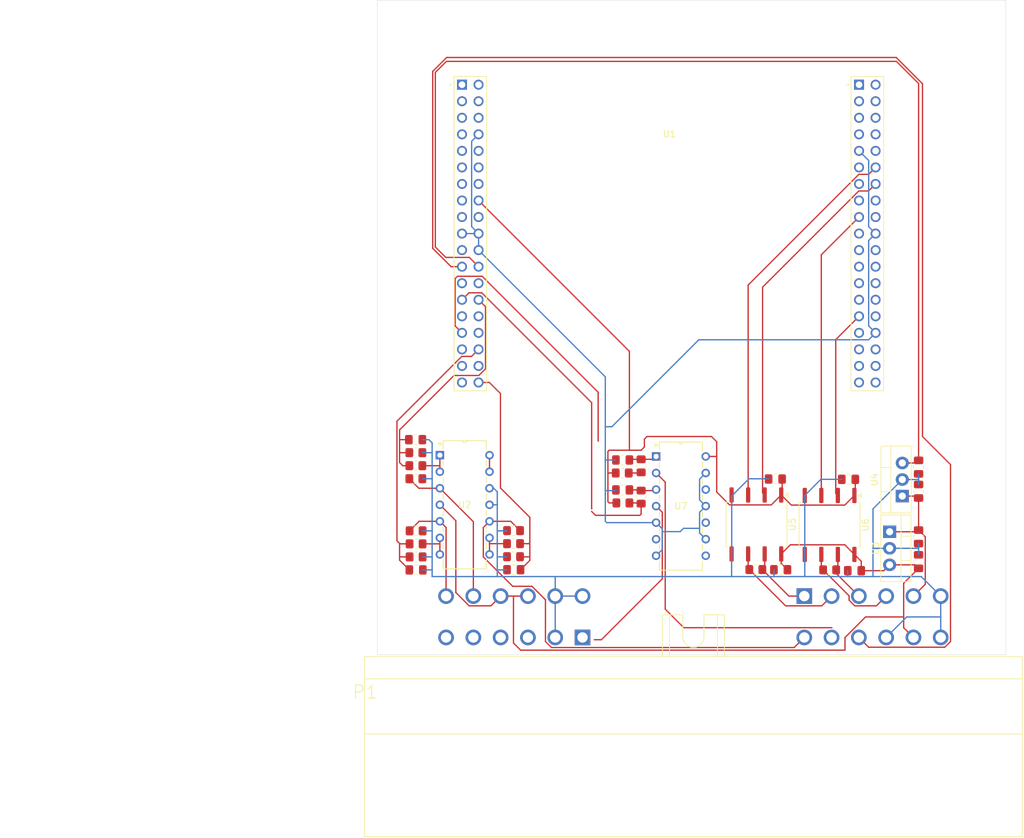
<source format=kicad_pcb>
(kicad_pcb (version 20240108) (generator "pcbnew") (generator_version "8.0")
  (title_block (title "ETC PCB") (date "2024-10-12") (rev "1") (company "Dustin Wang - Formula Slug"))
  (layers (0 "F.Cu" signal) (31 "B.Cu" signal) (34 "B.Paste" user) (35 "F.Paste" user) (36 "B.SilkS" user "B.Silkscreen") (37 "F.SilkS" user "F.Silkscreen") (38 "B.Mask" user) (39 "F.Mask" user) (44 "Edge.Cuts" user))
  (net 0 "")
  (net 1 "+12V")
  (net 2 "GND")
  (net 3 "+5V")
  (net 4 "+9V")
  (net 5 "/HE1")
  (net 6 "/HE2")
  (net 7 "/BSE")
  (net 8 "/Cockpit_smooth")
  (net 9 "/Reverse_smooth")
  (net 10 "+3V3")
  (net 12 "/HE1_RAW")
  (net 13 "/RTDS")
  (net 15 "/L_CAN")
  (net 16 "/Cockpit_Raw")
  (net 19 "/Reverse_Raw")
  (net 20 "/BSE_RAW")
  (net 21 "/H_CAN")
  (net 22 "/HE2_RAW")
  (net 23 "/L_Motor_CAN")
  (net 24 "/H_Motor_CAN")
  (net 25 "Net-(U2A--)")
  (net 26 "Net-(U2B--)")
  (net 27 "Net-(U2C--)")
  (net 37 "/Reverse_Signal")
  (net 40 "/CAN_RD")
  (net 49 "/Motor_CAN_RD")
  (net 58 "/CAN_TD")
  (net 71 "/Cockpit_Signal")
  (net 81 "/Motor_CAN_TD")
  (net 83 "Net-(U2D--)")
  (footprint "FS_3_Global_Footprint_Library:NUCLEO-F446RE" (layer "F.Cu") (at 195.75 83.99)
    (property "Reference" "U1")
    (property "Value" "NUCLEO-F446RE")
  )
  (footprint "Capacitor_SMD:C_0805_2012Metric_Pad1.18x1.45mm_HandSolder" (layer "F.Cu") (at 234.1 143.9 -90)
    (property "Reference" "C1" (hide yes))
    (property "Value" ".33 µF" (hide yes))
  )
  (footprint "Resistor_SMD:R_0805_2012Metric_Pad1.20x1.40mm_HandSolder" (layer "F.Cu") (at 156.9475 146.98)
    (property "Reference" "R6" (hide yes))
    (property "Value" "180kΩ" (hide yes))
  )
  (footprint "FS_3_Global_Footprint_Library:N14" (layer "F.Cu") (at 168.22 146.6)
    (property "Reference" "U2")
    (property "Value" "MCP6004")
  )
  (footprint "Package_SO:SOP-8_6.62x9.15mm_P2.54mm" (layer "F.Cu") (at 220.435 142.075 -90)
    (property "Reference" "U6")
    (property "Value" "ISO1050DUB")
  )
  (footprint "Capacitor_SMD:C_0805_2012Metric_Pad1.18x1.45mm_HandSolder" (layer "F.Cu") (at 156.9475 148.98)
    (property "Reference" "C6" (hide yes))
    (property "Value" "40 nF" (hide yes))
  )
  (footprint "Capacitor_SMD:C_0805_2012Metric_Pad1.18x1.45mm_HandSolder" (layer "F.Cu") (at 212.9275 148.95 180)
    (property "Reference" "C11" (hide yes))
    (property "Value" "100nF" (hide yes))
  )
  (footprint "Resistor_SMD:R_0805_2012Metric_Pad1.20x1.40mm_HandSolder" (layer "F.Cu") (at 209.11 148.925 180)
    (property "Reference" "R14" (hide yes))
    (property "Value" "120Ω" (hide yes))
  )
  (footprint "Resistor_SMD:R_0805_2012Metric_Pad1.20x1.40mm_HandSolder" (layer "F.Cu") (at 220.445 148.975 180)
    (property "Reference" "R15" (hide yes))
    (property "Value" "120Ω" (hide yes))
  )
  (footprint "Resistor_SMD:R_0805_2012Metric_Pad1.20x1.40mm_HandSolder" (layer "F.Cu") (at 156.9475 144.98 180)
    (property "Reference" "R5" (hide yes))
    (property "Value" "180kΩ" (hide yes))
  )
  (footprint "Resistor_SMD:R_0805_2012Metric_Pad1.20x1.40mm_HandSolder" (layer "F.Cu") (at 188.7 138.7)
    (property "Reference" "R12" (hide yes))
    (property "Value" "10kΩ" (hide yes))
  )
  (footprint "FS_3_Global_Footprint_Library:TE_DTM1312PC12PDR008" (layer "F.Cu") (at 199.525 157.39)
    (property "Reference" "P1")
    (property "Value" "DTM1312PC12PDR008")
  )
  (footprint "Resistor_SMD:R_0805_2012Metric_Pad1.20x1.40mm_HandSolder" (layer "F.Cu") (at 171.91 142.95 180)
    (property "Reference" "R7" (hide yes))
    (property "Value" "100kΩ" (hide yes))
  )
  (footprint "Resistor_SMD:R_0805_2012Metric_Pad1.20x1.40mm_HandSolder" (layer "F.Cu") (at 188.6 134.1)
    (property "Reference" "R10" (hide yes))
    (property "Value" "10kΩ" (hide yes))
  )
  (footprint "Capacitor_SMD:C_0805_2012Metric_Pad1.18x1.45mm_HandSolder" (layer "F.Cu") (at 188.6625 132.1 180)
    (property "Reference" "C8" (hide yes))
    (property "Value" "100 nF" (hide yes))
  )
  (footprint "Resistor_SMD:R_0805_2012Metric_Pad1.20x1.40mm_HandSolder" (layer "F.Cu") (at 156.91 134.98)
    (property "Reference" "R3" (hide yes))
    (property "Value" "100kΩ" (hide yes))
  )
  (footprint "Capacitor_SMD:C_0805_2012Metric_Pad1.18x1.45mm_HandSolder" (layer "F.Cu") (at 223.345 135.075 180)
    (property "Reference" "C12" (hide yes))
    (property "Value" "100nF" (hide yes))
  )
  (footprint "Capacitor_SMD:C_0805_2012Metric_Pad1.18x1.45mm_HandSolder" (layer "F.Cu") (at 212.11 135.025 180)
    (property "Reference" "C10" (hide yes))
    (property "Value" "100nF" (hide yes))
  )
  (footprint "Resistor_SMD:R_0805_2012Metric_Pad1.20x1.40mm_HandSolder" (layer "F.Cu") (at 156.91 132.98 180)
    (property "Reference" "R1" (hide yes))
    (property "Value" "180kΩ" (hide yes))
  )
  (footprint "Capacitor_SMD:C_0805_2012Metric_Pad1.18x1.45mm_HandSolder" (layer "F.Cu") (at 156.8725 128.98)
    (property "Reference" "C5" (hide yes))
    (property "Value" "40 nF" (hide yes))
  )
  (footprint "Capacitor_SMD:C_0805_2012Metric_Pad1.18x1.45mm_HandSolder" (layer "F.Cu") (at 234.1 136.9 90)
    (property "Reference" "C3" (hide yes))
    (property "Value" ".33 µF" (hide yes))
  )
  (footprint "FS_3_Global_Footprint_Library:N14" (layer "F.Cu") (at 201.42 146.8)
    (property "Reference" "U7")
    (property "Value" "SN74AHC14N")
  )
  (footprint "Resistor_SMD:R_0805_2012Metric_Pad1.20x1.40mm_HandSolder" (layer "F.Cu") (at 156.91 130.98)
    (property "Reference" "R2" (hide yes))
    (property "Value" "330kΩ" (hide yes))
  )
  (footprint "Resistor_SMD:R_0805_2012Metric_Pad1.20x1.40mm_HandSolder" (layer "F.Cu") (at 171.91 144.95)
    (property "Reference" "R8" (hide yes))
    (property "Value" "180kΩ" (hide yes))
  )
  (footprint "Capacitor_SMD:C_0805_2012Metric_Pad1.18x1.45mm_HandSolder" (layer "F.Cu") (at 188.6625 136.7 180)
    (property "Reference" "C9" (hide yes))
    (property "Value" "100 nF" (hide yes))
  )
  (footprint "Capacitor_SMD:C_0805_2012Metric_Pad1.18x1.45mm_HandSolder" (layer "F.Cu") (at 234.1 133.2 -90)
    (property "Reference" "C4" (hide yes))
    (property "Value" ".1 µF" (hide yes))
  )
  (footprint "Capacitor_SMD:C_0805_2012Metric_Pad1.18x1.45mm_HandSolder" (layer "F.Cu") (at 234.1 147.7 90)
    (property "Reference" "C2" (hide yes))
    (property "Value" ".1 µF" (hide yes))
  )
  (footprint "Resistor_SMD:R_0805_2012Metric_Pad1.20x1.40mm_HandSolder" (layer "F.Cu") (at 156.9475 142.98)
    (property "Reference" "R4" (hide yes))
    (property "Value" "100kΩ" (hide yes))
  )
  (footprint "Resistor_SMD:R_0805_2012Metric_Pad1.20x1.40mm_HandSolder" (layer "F.Cu") (at 191.5 137.8 -90)
    (property "Reference" "R13" (hide yes))
    (property "Value" "390kΩ" (hide yes))
  )
  (footprint "Resistor_SMD:R_0805_2012Metric_Pad1.20x1.40mm_HandSolder" (layer "F.Cu") (at 191.5 133 -90)
    (property "Reference" "R11" (hide yes))
    (property "Value" "390kΩ" (hide yes))
  )
  (footprint "Resistor_SMD:R_0805_2012Metric_Pad1.20x1.40mm_HandSolder" (layer "F.Cu") (at 171.91 146.95 180)
    (property "Reference" "R9" (hide yes))
    (property "Value" "330kΩ" (hide yes))
  )
  (footprint "Capacitor_SMD:C_0805_2012Metric_Pad1.18x1.45mm_HandSolder" (layer "F.Cu") (at 171.9475 148.95 180)
    (property "Reference" "C7" (hide yes))
    (property "Value" "40 nF" (hide yes))
  )
  (footprint "Package_SO:SOP-8_6.62x9.15mm_P2.54mm" (layer "F.Cu") (at 209.2 142 -90)
    (property "Reference" "U5")
    (property "Value" "ISO1050DUB")
  )
  (footprint "Package_TO_SOT_THT:TO-220-3_Vertical" (layer "F.Cu") (at 231.6 137.6425 90)
    (property "Reference" "U4")
    (property "Value" "LM7809_TO220" (hide yes))
  )
  (footprint "Capacitor_SMD:C_0805_2012Metric_Pad1.18x1.45mm_HandSolder" (layer "F.Cu") (at 224.2625 149.1 180)
    (property "Reference" "C13" (hide yes))
    (property "Value" "100nF" (hide yes))
  )
  (footprint "Package_TO_SOT_THT:TO-220-3_Vertical" (layer "F.Cu") (at 229.655 143.1225 -90)
    (property "Reference" "U3")
    (property "Value" "LM7805_TO220" (hide yes))
  )
  (gr_rect (start 151 61.5) (end 247.5 162) (stroke (width 0.05)) (fill none) (layer "Edge.Cuts"))
  (segment (start 234.1 142.8625) (end 234.1 137.9375) (width 0.2) (layer "F.Cu") (net 1))
  (segment (start 235.125 151.185) (end 233.31 153) (width 0.2) (layer "F.Cu") (net 1))
  (segment (start 229.655 143.1225) (end 233.84 143.1225) (width 0.2) (layer "F.Cu") (net 1))
  (segment (start 233.84 143.1225) (end 234.1 142.8625) (width 0.2) (layer "F.Cu") (net 1))
  (segment (start 233.805 137.6425) (end 234.1 137.9375) (width 0.2) (layer "F.Cu") (net 1))
  (segment (start 235.125 143.8875) (end 235.125 151.185) (width 0.2) (layer "F.Cu") (net 1))
  (segment (start 231.6 137.6425) (end 233.805 137.6425) (width 0.2) (layer "F.Cu") (net 1))
  (segment (start 234.1 142.8625) (end 235.125 143.8875) (width 0.2) (layer "F.Cu") (net 1))
  (segment (start 211.11 134.9875) (end 211.0725 135.025) (width 0.2) (layer "F.Cu") (net 2))
  (segment (start 227.1 150) (end 223.2 150) (width 0.2) (layer "B.Cu") (net 2))
  (segment (start 186.22 141.72) (end 193.8 141.72) (width 0.2) (layer "B.Cu") (net 2))
  (segment (start 227.1375 145.6625) (end 227.1 145.7) (width 0.2) (layer "B.Cu") (net 2))
  (segment (start 201.42 144.26) (end 200.4723 143.3123) (width 0.2) (layer "B.Cu") (net 2))
  (segment (start 169.41 138.98) (end 169.41 142.98) (width 0.2) (layer "B.Cu") (net 2))
  (segment (start 232.27 156.2) (end 237.5 156.2) (width 0.2) (layer "B.Cu") (net 2))
  (segment (start 165.475 96.275) (end 165.475 83.165) (width 0.2) (layer "B.Cu") (net 2))
  (segment (start 234.1 135.1625) (end 234.1 134.2375) (width 0.2) (layer "B.Cu") (net 2))
  (segment (start 224.96 84.64) (end 226.435 86.115) (width 0.2) (layer "B.Cu") (net 2))
  (segment (start 205.39 146.525) (end 205.39 149.99) (width 0.2) (layer "B.Cu") (net 2))
  (segment (start 208.0475 134.9875) (end 211.11 134.9875) (width 0.2) (layer "B.Cu") (net 2))
  (segment (start 169.41 146.98) (end 169.41 142.98) (width 0.2) (layer "B.Cu") (net 2))
  (segment (start 165.475 83.165) (end 166.54 82.1) (width 0.2) (layer "B.Cu") (net 2))
  (segment (start 159.41 148.98) (end 159.41 149.99) (width 0.2) (layer "B.Cu") (net 2))
  (segment (start 178.31 153) (end 182.5 153) (width 0.2) (layer "B.Cu") (net 2))
  (segment (start 159.41 134.98) (end 159.41 142.98) (width 0.2) (layer "B.Cu") (net 2))
  (segment (start 157.91 128.98) (end 158.91 128.98) (width 0.2) (layer "B.Cu") (net 2))
  (segment (start 229.12 159.35) (end 232.27 156.2) (width 0.2) (layer "B.Cu") (net 2))
  (segment (start 205.4 150) (end 178.31 150) (width 0.2) (layer "B.Cu") (net 2))
  (segment (start 198 142.6) (end 197.5 143.1) (width 0.2) (layer "B.Cu") (net 2))
  (segment (start 201.42 139.18) (end 200.4723 138.2323) (width 0.2) (layer "B.Cu") (net 2))
  (segment (start 169.41 149.99) (end 169.4 150) (width 0.2) (layer "B.Cu") (net 2))
  (segment (start 234.5 150) (end 227.1 150) (width 0.2) (layer "B.Cu") (net 2))
  (segment (start 194.7477 142.6677) (end 194.7477 143.1) (width 0.2) (layer "B.Cu") (net 2))
  (segment (start 227.1 150) (end 227.1 145.7) (width 0.2) (layer "B.Cu") (net 2))
  (segment (start 159.41 146.98) (end 159.41 142.98) (width 0.2) (layer "B.Cu") (net 2))
  (segment (start 219.1 135.075) (end 216.625 137.55) (width 0.2) (layer "B.Cu") (net 2))
  (segment (start 169.41 148.98) (end 169.41 149.99) (width 0.2) (layer "B.Cu") (net 2))
  (segment (start 226.435 96.275) (end 227.5 97.34) (width 0.2) (layer "B.Cu") (net 2))
  (segment (start 229.655 145.6625) (end 234.1 145.6625) (width 0.2) (layer "B.Cu") (net 2))
  (segment (start 216.7 150) (end 211.9 150) (width 0.2) (layer "B.Cu") (net 2))
  (segment (start 216.625 149.925) (end 216.7 150) (width 0.2) (layer "B.Cu") (net 2))
  (segment (start 200.4723 143.3123) (end 200.4723 142.6) (width 0.2) (layer "B.Cu") (net 2))
  (segment (start 159.41 146.98) (end 159.41 148.98) (width 0.2) (layer "B.Cu") (net 2))
  (segment (start 237.5 156.2) (end 237.5 159.35) (width 0.2) (layer "B.Cu") (net 2))
  (segment (start 186 141.5) (end 186.22 141.72) (width 0.2) (layer "B.Cu") (net 2))
  (segment (start 159.41 142.98) (end 157.91 142.98) (width 0.2) (layer "B.Cu") (net 2))
  (segment (start 187 127) (end 186 127) (width 0.2) (layer "B.Cu") (net 2))
  (segment (start 170.91 148.98) (end 169.41 148.98) (width 0.2) (layer "B.Cu") (net 2))
  (segment (start 168.87 136.44) (end 169.41 136.98) (width 0.2) (layer "B.Cu") (net 2))
  (segment (start 211.9 150) (end 205.4 150) (width 0.2) (layer "B.Cu") (net 2))
  (segment (start 200.4723 142.6) (end 200.4723 140.1277) (width 0.2) (layer "B.Cu") (net 2))
  (segment (start 169.41 136.98) (end 169.41 138.98) (width 0.2) (layer "B.Cu") (net 2))
  (segment (start 216.625 137.55) (end 216.625 149.925) (width 0.2) (layer "B.Cu") (net 2))
  (segment (start 166.54 99.88) (end 166.54 97.34) (width 0.2) (layer "B.Cu") (net 2))
  (segment (start 237.5 153) (end 237.5 156.2) (width 0.2) (layer "B.Cu") (net 2))
  (segment (start 197.5 143.1) (end 194.7477 143.1) (width 0.2) (layer "B.Cu") (net 2))
  (segment (start 186 136.8) (end 186 141.5) (width 0.2) (layer "B.Cu") (net 2))
  (segment (start 166.54 97.34) (end 164 97.34) (width 0.2) (layer "B.Cu") (net 2))
  (segment (start 186 136.8) (end 187.7 136.8) (width 0.2) (layer "B.Cu") (net 2))
  (segment (start 169.41 146.98) (end 170.91 146.98) (width 0.2) (layer "B.Cu") (net 2))
  (segment (start 205.41 146.625) (end 205.41 137.625) (width 0.2) (layer "B.Cu") (net 2))
  (segment (start 200.4723 135.0477) (end 201.42 134.1) (width 0.2) (layer "B.Cu") (net 2))
  (segment (start 186 127) (end 186 132.1) (width 0.2) (layer "B.Cu") (net 2))
  (segment (start 226.435 98.405) (end 227.5 97.34) (width 0.2) (layer "B.Cu") (net 2))
  (segment (start 223.2 150) (end 216.7 150) (width 0.2) (layer "B.Cu") (net 2))
  (segment (start 227.1 145.7) (end 227.1 139.6025) (width 0.2) (layer "B.Cu") (net 2))
  (segment (start 159.41 130.98) (end 157.91 130.98) (width 0.2) (layer "B.Cu") (net 2))
  (segment (start 211.9 148.9) (end 211.9 150) (width 0.2) (layer "B.Cu") (net 2))
  (segment (start 194.7477 145.8523) (end 193.8 146.8) (width 0.2) (layer "B.Cu") (net 2))
  (segment (start 200.4723 140.1277) (end 201.42 139.18) (width 0.2) (layer "B.Cu") (net 2))
  (segment (start 227.5 112.58) (end 226.435 113.645) (width 0.2) (layer "B.Cu") (net 2))
  (segment (start 205.39 149.99) (end 205.4 150) (width 0.2) (layer "B.Cu") (net 2))
  (segment (start 227.1 139.6025) (end 231.6 135.1025) (width 0.2) (layer "B.Cu") (net 2))
  (segment (start 200.4723 138.2323) (end 200.4723 135.0477) (width 0.2) (layer "B.Cu") (net 2))
  (segment (start 178.31 153) (end 178.31 159.35) (width 0.2) (layer "B.Cu") (net 2))
  (segment (start 226.435 111.515) (end 226.435 98.405) (width 0.2) (layer "B.Cu") (net 2))
  (segment (start 234.1 135.8625) (end 234.1 135.1625) (width 0.2) (layer "B.Cu") (net 2))
  (segment (start 234.04 135.1025) (end 234.1 135.1625) (width 0.2) (layer "B.Cu") (net 2))
  (segment (start 186 132.1) (end 186 136.8) (width 0.2) (layer "B.Cu") (net 2))
  (segment (start 166.54 99.88) (end 186 119.34) (width 0.2) (layer "B.Cu") (net 2))
  (segment (start 229.655 145.6625) (end 227.1375 145.6625) (width 0.2) (layer "B.Cu") (net 2))
  (segment (start 237.5 153) (end 234.5 150) (width 0.2) (layer "B.Cu") (net 2))
  (segment (start 159.41 129.48) (end 159.41 130.98) (width 0.2) (layer "B.Cu") (net 2))
  (segment (start 205.41 137.625) (end 208.0475 134.9875) (width 0.2) (layer "B.Cu") (net 2))
  (segment (start 193.8 141.72) (end 194.7477 142.6677) (width 0.2) (layer "B.Cu") (net 2))
  (segment (start 159.4 150) (end 169.4 150) (width 0.2) (layer "B.Cu") (net 2))
  (segment (start 169.41 138.98) (end 168.22 138.98) (width 0.2) (layer "B.Cu") (net 2))
  (segment (start 223.2 149.1) (end 223.2 150) (width 0.2) (layer "B.Cu") (net 2))
  (segment (start 158.91 128.98) (end 159.41 129.48) (width 0.2) (layer "B.Cu") (net 2))
  (segment (start 226.435 86.115) (end 226.435 96.275) (width 0.2) (layer "B.Cu") (net 2))
  (segment (start 234.1 146.6625) (end 234.1 145.6625) (width 0.2) (layer "B.Cu") (net 2))
  (segment (start 169.41 148.98) (end 169.41 148.48) (width 0.2) (layer "B.Cu") (net 2))
  (segment (start 159.41 130.98) (end 159.41 134.98) (width 0.2) (layer "B.Cu") (net 2))
  (segment (start 231.6 135.1025) (end 234.04 135.1025) (width 0.2) (layer "B.Cu") (net 2))
  (segment (start 159.41 134.98) (end 157.91 134.98) (width 0.2) (layer "B.Cu") (net 2))
  (segment (start 200.355 113.645) (end 187 127) (width 0.2) (layer "B.Cu") (net 2))
  (segment (start 159.41 149.99) (end 159.4 150) (width 0.2) (layer "B.Cu") (net 2))
  (segment (start 222.3075 135.075) (end 219.1 135.075) (width 0.2) (layer "B.Cu") (net 2))
  (segment (start 187.625 132.1) (end 186 132.1) (width 0.2) (layer "B.Cu") (net 2))
  (segment (start 157.91 148.98) (end 159.41 148.98) (width 0.2) (layer "B.Cu") (net 2))
  (segment (start 168.22 136.44) (end 168.87 136.44) (width 0.2) (layer "B.Cu") (net 2))
  (segment (start 194.7477 143.1) (end 194.7477 145.8523) (width 0.2) (layer "B.Cu") (net 2))
  (segment (start 159.41 146.98) (end 157.91 146.98) (width 0.2) (layer "B.Cu") (net 2))
  (segment (start 169.41 142.98) (end 170.91 142.98) (width 0.2) (layer "B.Cu") (net 2))
  (segment (start 169.41 148.48) (end 169.41 146.98) (width 0.2) (layer "B.Cu") (net 2))
  (segment (start 234.1 145.6625) (end 234.1 144.9375) (width 0.2) (layer "B.Cu") (net 2))
  (segment (start 166.54 97.34) (end 165.475 96.275) (width 0.2) (layer "B.Cu") (net 2))
  (segment (start 169.4 150) (end 178.31 150) (width 0.2) (layer "B.Cu") (net 2))
  (segment (start 178.31 150) (end 178.31 153) (width 0.2) (layer "B.Cu") (net 2))
  (segment (start 226.435 113.645) (end 200.355 113.645) (width 0.2) (layer "B.Cu") (net 2))
  (segment (start 186 119.34) (end 186 127) (width 0.2) (layer "B.Cu") (net 2))
  (segment (start 200.4723 142.6) (end 198 142.6) (width 0.2) (layer "B.Cu") (net 2))
  (segment (start 227.5 112.58) (end 226.435 111.515) (width 0.2) (layer "B.Cu") (net 2))
  (segment (start 165.1 154.5) (end 168.43 154.5) (width 0.2) (layer "F.Cu") (net 3))
  (segment (start 169.93 153) (end 171.9 153) (width 0.2) (layer "F.Cu") (net 3))
  (segment (start 228.7575 149.1) (end 229.655 148.2025) (width 0.2) (layer "F.Cu") (net 3))
  (segment (start 213.01 146.525) (end 214.41 145.125) (width 0.2) (layer "F.Cu") (net 3))
  (segment (start 231.81 156.2) (end 225.958679 156.2) (width 0.2) (layer "F.Cu") (net 3))
  (segment (start 234.1 148.7375) (end 231.81 151.0275) (width 0.2) (layer "F.Cu") (net 3))
  (segment (start 163.05 141.43) (end 163.05 152.45) (width 0.2) (layer "F.Cu") (net 3))
  (segment (start 225.3 149.1) (end 225.3 147.655) (width 0.2) (layer "F.Cu") (net 3))
  (segment (start 231.81 156.2) (end 231.81 157.85) (width 0.2) (layer "F.Cu") (net 3))
  (segment (start 231.81 151.0275) (end 231.81 156.2) (width 0.2) (layer "F.Cu") (net 3))
  (segment (start 213.01 147.995) (end 213.965 148.95) (width 0.2) (layer "F.Cu") (net 3))
  (segment (start 225.3 149.1) (end 228.7575 149.1) (width 0.2) (layer "F.Cu") (net 3))
  (segment (start 168.43 154.5) (end 169.93 153) (width 0.2) (layer "F.Cu") (net 3))
  (segment (start 229.655 148.2025) (end 233.565 148.2025) (width 0.2) (layer "F.Cu") (net 3))
  (segment (start 222.8 159.358679) (end 222.8 161.3) (width 0.2) (layer "F.Cu") (net 3))
  (segment (start 225.958679 156.2) (end 222.8 159.358679) (width 0.2) (layer "F.Cu") (net 3))
  (segment (start 222.8 161.3) (end 173 161.3) (width 0.2) (layer "F.Cu") (net 3))
  (segment (start 222.77 145.125) (end 224.245 146.6) (width 0.2) (layer "F.Cu") (net 3))
  (segment (start 225.3 147.655) (end 224.245 146.6) (width 0.2) (layer "F.Cu") (net 3))
  (segment (start 213.01 146.525) (end 213.01 147.995) (width 0.2) (layer "F.Cu") (net 3))
  (segment (start 171.9 153) (end 174.12 153) (width 0.2) (layer "F.Cu") (net 3))
  (segment (start 173 161.3) (end 171.9 160.2) (width 0.2) (layer "F.Cu") (net 3))
  (segment (start 214.41 145.125) (end 222.77 145.125) (width 0.2) (layer "F.Cu") (net 3))
  (segment (start 163.05 152.45) (end 165.1 154.5) (width 0.2) (layer "F.Cu") (net 3))
  (segment (start 233.565 148.2025) (end 234.1 148.7375) (width 0.2) (layer "F.Cu") (net 3))
  (segment (start 171.9 160.2) (end 171.9 153) (width 0.2) (layer "F.Cu") (net 3))
  (segment (start 231.81 157.85) (end 233.31 159.35) (width 0.2) (layer "F.Cu") (net 3))
  (segment (start 160.6 138.98) (end 163.05 141.43) (width 0.2) (layer "F.Cu") (net 3))
  (segment (start 159.9 99.4) (end 161.5 101) (width 0.2) (layer "F.Cu") (net 4))
  (segment (start 165.12 101) (end 166.54 102.42) (width 0.2) (layer "F.Cu") (net 4))
  (segment (start 233.7 132.5625) (end 234.1 132.1625) (width 0.2) (layer "F.Cu") (net 4))
  (segment (start 161.6 70.9) (end 159.9 72.6) (width 0.2) (layer "F.Cu") (net 4))
  (segment (start 159.9 72.6) (end 159.9 99.4) (width 0.2) (layer "F.Cu") (net 4))
  (segment (start 234.1 74.3) (end 230.7 70.9) (width 0.2) (layer "F.Cu") (net 4))
  (segment (start 161.5 101) (end 165.12 101) (width 0.2) (layer "F.Cu") (net 4))
  (segment (start 234.1 132.1625) (end 234.1 74.3) (width 0.2) (layer "F.Cu") (net 4))
  (segment (start 230.7 70.9) (end 161.6 70.9) (width 0.2) (layer "F.Cu") (net 4))
  (segment (start 231.6 132.5625) (end 233.7 132.5625) (width 0.2) (layer "F.Cu") (net 4))
  (segment (start 154.41 127.48) (end 162.765 119.125) (width 0.2) (layer "F.Cu") (net 5))
  (segment (start 154.91 132.98) (end 154.41 132.48) (width 0.2) (layer "F.Cu") (net 5))
  (segment (start 167.605 108.565) (end 166.54 107.5) (width 0.2) (layer "F.Cu") (net 5))
  (segment (start 155.835 128.98) (end 154.41 128.98) (width 0.2) (layer "F.Cu") (net 5))
  (segment (start 167.605 118.101138) (end 167.605 108.565) (width 0.2) (layer "F.Cu") (net 5))
  (segment (start 166.581138 119.125) (end 167.605 118.101138) (width 0.2) (layer "F.Cu") (net 5))
  (segment (start 155.91 132.98) (end 154.91 132.98) (width 0.2) (layer "F.Cu") (net 5))
  (segment (start 155.91 130.98) (end 154.41 130.98) (width 0.2) (layer "F.Cu") (net 5))
  (segment (start 154.41 128.98) (end 154.41 127.48) (width 0.2) (layer "F.Cu") (net 5))
  (segment (start 154.41 132.48) (end 154.41 130.98) (width 0.2) (layer "F.Cu") (net 5))
  (segment (start 162.765 119.125) (end 166.581138 119.125) (width 0.2) (layer "F.Cu") (net 5))
  (segment (start 154.41 130.98) (end 154.41 128.98) (width 0.2) (layer "F.Cu") (net 5))
  (segment (start 154.41 144.91) (end 154.48 144.98) (width 0.2) (layer "F.Cu") (net 6))
  (segment (start 155.9475 144.98) (end 154.48 144.98) (width 0.2) (layer "F.Cu") (net 6))
  (segment (start 165.46 116.2) (end 166.54 115.12) (width 0.2) (layer "F.Cu") (net 6))
  (segment (start 154.41 147.48) (end 155.91 148.98) (width 0.2) (layer "F.Cu") (net 6))
  (segment (start 154.01 126.143862) (end 163.953862 116.2) (width 0.2) (layer "F.Cu") (net 6))
  (segment (start 163.953862 116.2) (end 165.46 116.2) (width 0.2) (layer "F.Cu") (net 6))
  (segment (start 154.41 146.98) (end 154.41 147.48) (width 0.2) (layer "F.Cu") (net 6))
  (segment (start 154.41 144.91) (end 154.01 144.51) (width 0.2) (layer "F.Cu") (net 6))
  (segment (start 155.91 146.98) (end 154.41 146.98) (width 0.2) (layer "F.Cu") (net 6))
  (segment (start 154.01 144.51) (end 154.01 126.143862) (width 0.2) (layer "F.Cu") (net 6))
  (segment (start 154.41 144.91) (end 154.41 146.98) (width 0.2) (layer "F.Cu") (net 6))
  (segment (start 174.41 140.91) (end 169.9 136.4) (width 0.2) (layer "F.Cu") (net 7))
  (segment (start 168.2 120.2) (end 166.54 120.2) (width 0.2) (layer "F.Cu") (net 7))
  (segment (start 169.9 136.4) (end 169.9 121.9) (width 0.2) (layer "F.Cu") (net 7))
  (segment (start 172.91 146.98) (end 174.41 146.98) (width 0.2) (layer "F.Cu") (net 7))
  (segment (start 169.9 121.9) (end 168.2 120.2) (width 0.2) (layer "F.Cu") (net 7))
  (segment (start 172.985 148.95) (end 174.41 147.525) (width 0.2) (layer "F.Cu") (net 7))
  (segment (start 174.41 147.525) (end 174.41 146.98) (width 0.2) (layer "F.Cu") (net 7))
  (segment (start 174.26 144.95) (end 174.41 144.8) (width 0.2) (layer "F.Cu") (net 7))
  (segment (start 174.41 144.8) (end 174.41 140.91) (width 0.2) (layer "F.Cu") (net 7))
  (segment (start 172.91 144.95) (end 174.26 144.95) (width 0.2) (layer "F.Cu") (net 7))
  (segment (start 174.41 144.8) (end 174.41 146.98) (width 0.2) (layer "F.Cu") (net 7))
  (segment (start 189.7 132) (end 191.5 132) (width 0.2) (layer "F.Cu") (net 8))
  (segment (start 191.5 132) (end 191.6 132.1) (width 0.2) (layer "F.Cu") (net 8))
  (segment (start 193.36 132) (end 191.5 132) (width 0.2) (layer "F.Cu") (net 8))
  (segment (start 193.8 131.56) (end 193.36 132) (width 0.2) (layer "F.Cu") (net 8))
  (segment (start 191.5 136.8) (end 193.64 136.8) (width 0.2) (layer "F.Cu") (net 9))
  (segment (start 193.64 136.8) (end 193.8 136.64) (width 0.2) (layer "F.Cu") (net 9))
  (segment (start 191.4 136.7) (end 191.5 136.8) (width 0.2) (layer "F.Cu") (net 9))
  (segment (start 189.7 136.7) (end 191.4 136.7) (width 0.2) (layer "F.Cu") (net 9))
  (segment (start 186.6 130.6) (end 187.2 130.6) (width 0.2) (layer "F.Cu") (net 10))
  (segment (start 205.081424 139) (end 211.485 139) (width 0.2) (layer "F.Cu") (net 10))
  (segment (start 166.54 92.26) (end 189.7 115.42) (width 0.2) (layer "F.Cu") (net 10))
  (segment (start 187.6 134.1) (end 186.5 134.1) (width 0.2) (layer "F.Cu") (net 10))
  (segment (start 203.1 129.3) (end 203.1 131.6) (width 0.2) (layer "F.Cu") (net 10))
  (segment (start 186.4 138.5) (end 186.4 134.2) (width 0.2) (layer "F.Cu") (net 10))
  (segment (start 192.4 128.5) (end 202.3 128.5) (width 0.2) (layer "F.Cu") (net 10))
  (segment (start 202.3 128.5) (end 203.1 129.3) (width 0.2) (layer "F.Cu") (net 10))
  (segment (start 186.5 134.1) (end 186.4 134.2) (width 0.2) (layer "F.Cu") (net 10))
  (segment (start 224.245 137.55) (end 222.77 139.025) (width 0.2) (layer "F.Cu") (net 10))
  (segment (start 203.06 131.56) (end 203.1 131.6) (width 0.2) (layer "F.Cu") (net 10))
  (segment (start 186.4 130.8) (end 186.6 130.6) (width 0.2) (layer "F.Cu") (net 10))
  (segment (start 186.4 134.2) (end 186.4 130.8) (width 0.2) (layer "F.Cu") (net 10))
  (segment (start 189.7 130.6) (end 191.5 130.6) (width 0.2) (layer "F.Cu") (net 10))
  (segment (start 203.1 131.6) (end 203.1 137.018576) (width 0.2) (layer "F.Cu") (net 10))
  (segment (start 224.3825 137.4125) (end 224.245 137.55) (width 0.2) (layer "F.Cu") (net 10))
  (segment (start 222.77 139.025) (end 214.56 139.025) (width 0.2) (layer "F.Cu") (net 10))
  (segment (start 187.7 138.7) (end 186.6 138.7) (width 0.2) (layer "F.Cu") (net 10))
  (segment (start 203.1 137.018576) (end 205.081424 139) (width 0.2) (layer "F.Cu") (net 10))
  (segment (start 211.485 139) (end 213.01 137.475) (width 0.2) (layer "F.Cu") (net 10))
  (segment (start 201.42 131.56) (end 203.06 131.56) (width 0.2) (layer "F.Cu") (net 10))
  (segment (start 192 130.1) (end 192 128.9) (width 0.2) (layer "F.Cu") (net 10))
  (segment (start 191.5 130.6) (end 192 130.1) (width 0.2) (layer "F.Cu") (net 10))
  (segment (start 224.3825 135.075) (end 224.3825 137.4125) (width 0.2) (layer "F.Cu") (net 10))
  (segment (start 214.56 139.025) (end 213.01 137.475) (width 0.2) (layer "F.Cu") (net 10))
  (segment (start 213.1475 137.3375) (end 213.01 137.475) (width 0.2) (layer "F.Cu") (net 10))
  (segment (start 186.6 138.7) (end 186.4 138.5) (width 0.2) (layer "F.Cu") (net 10))
  (segment (start 192 128.9) (end 192.4 128.5) (width 0.2) (layer "F.Cu") (net 10))
  (segment (start 189.7 115.42) (end 189.7 130.6) (width 0.2) (layer "F.Cu") (net 10))
  (segment (start 213.1475 135.025) (end 213.1475 137.3375) (width 0.2) (layer "F.Cu") (net 10))
  (segment (start 187.2 130.6) (end 189.7 130.6) (width 0.2) (layer "F.Cu") (net 10))
  (segment (start 160.6 136.44) (end 165.74 141.58) (width 0.2) (layer "F.Cu") (net 12))
  (segment (start 157.37 136.44) (end 160.6 136.44) (width 0.2) (layer "F.Cu") (net 12))
  (segment (start 165.74 141.58) (end 165.74 153) (width 0.2) (layer "F.Cu") (net 12))
  (segment (start 155.91 134.98) (end 157.37 136.44) (width 0.2) (layer "F.Cu") (net 12))
  (segment (start 226.43 160.85) (end 238.121321 160.85) (width 0.2) (layer "F.Cu") (net 13))
  (segment (start 159.5 99.6) (end 162.32 102.42) (width 0.2) (layer "F.Cu") (net 13))
  (segment (start 234.7 128.5) (end 234.7 74.334314) (width 0.2) (layer "F.Cu") (net 13))
  (segment (start 159.5 72.434314) (end 159.5 99.6) (width 0.2) (layer "F.Cu") (net 13))
  (segment (start 230.665686 70.3) (end 161.634314 70.3) (width 0.2) (layer "F.Cu") (net 13))
  (segment (start 239 132.8) (end 234.7 128.5) (width 0.2) (layer "F.Cu") (net 13))
  (segment (start 161.634314 70.3) (end 159.5 72.434314) (width 0.2) (layer "F.Cu") (net 13))
  (segment (start 239 159.971321) (end 239 132.8) (width 0.2) (layer "F.Cu") (net 13))
  (segment (start 224.93 159.35) (end 226.43 160.85) (width 0.2) (layer "F.Cu") (net 13))
  (segment (start 234.7 74.334314) (end 230.665686 70.3) (width 0.2) (layer "F.Cu") (net 13))
  (segment (start 238.121321 160.85) (end 239 159.971321) (width 0.2) (layer "F.Cu") (net 13))
  (segment (start 162.32 102.42) (end 164 102.42) (width 0.2) (layer "F.Cu") (net 13))
  (segment (start 223.43 152.96) (end 223.43 153.63) (width 0.2) (layer "F.Cu") (net 15))
  (segment (start 223.43 153.63) (end 224.3 154.5) (width 0.2) (layer "F.Cu") (net 15))
  (segment (start 219.165 146.6) (end 219.165 148.695) (width 0.2) (layer "F.Cu") (net 15))
  (segment (start 219.445 148.975) (end 223.43 152.96) (width 0.2) (layer "F.Cu") (net 15))
  (segment (start 224.3 154.5) (end 227.62 154.5) (width 0.2) (layer "F.Cu") (net 15))
  (segment (start 227.62 154.5) (end 229.12 153) (width 0.2) (layer "F.Cu") (net 15))
  (segment (start 219.165 148.695) (end 219.445 148.975) (width 0.2) (layer "F.Cu") (net 15))
  (segment (start 189.6 134.1) (end 191.4 134.1) (width 0.2) (layer "F.Cu") (net 16))
  (segment (start 191.4 134.1) (end 191.5 134) (width 0.2) (layer "F.Cu") (net 16))
  (segment (start 191.5 140.4) (end 191.3 140.6) (width 0.2) (layer "F.Cu") (net 19))
  (segment (start 189.7 138.7) (end 191.4 138.7) (width 0.2) (layer "F.Cu") (net 19))
  (segment (start 191.5 138.8) (end 191.5 140.4) (width 0.2) (layer "F.Cu") (net 19))
  (segment (start 191.3 140.6) (end 184.5 140.6) (width 0.2) (layer "F.Cu") (net 19))
  (segment (start 191.4 138.7) (end 191.5 138.8) (width 0.2) (layer "F.Cu") (net 19))
  (segment (start 184.5 140.6) (end 183.9 140) (width 0.2) (layer "F.Cu") (net 19))
  (segment (start 174.741321 151.5) (end 176.81 153.568679) (width 0.2) (layer "F.Cu") (net 20))
  (segment (start 215 160.9) (end 216.55 159.35) (width 0.2) (layer "F.Cu") (net 20))
  (segment (start 171.48 141.52) (end 172.91 142.95) (width 0.2) (layer "F.Cu") (net 20))
  (segment (start 177.738679 160.9) (end 215 160.9) (width 0.2) (layer "F.Cu") (net 20))
  (segment (start 176.81 153.568679) (end 176.81 159.971321) (width 0.2) (layer "F.Cu") (net 20))
  (segment (start 167.2723 142.4677) (end 167.2723 146.992551) (width 0.2) (layer "F.Cu") (net 20))
  (segment (start 167.2723 146.992551) (end 171.779749 151.5) (width 0.2) (layer "F.Cu") (net 20))
  (segment (start 168.22 141.52) (end 171.48 141.52) (width 0.2) (layer "F.Cu") (net 20))
  (segment (start 168.22 141.52) (end 167.2723 142.4677) (width 0.2) (layer "F.Cu") (net 20))
  (segment (start 176.81 159.971321) (end 177.738679 160.9) (width 0.2) (layer "F.Cu") (net 20))
  (segment (start 171.779749 151.5) (end 174.741321 151.5) (width 0.2) (layer "F.Cu") (net 20))
  (segment (start 221.705 146.6) (end 221.705 148.715) (width 0.2) (layer "F.Cu") (net 21))
  (segment (start 221.705 148.715) (end 221.445 148.975) (width 0.2) (layer "F.Cu") (net 21))
  (segment (start 221.445 148.975) (end 221.445 149.515) (width 0.2) (layer "F.Cu") (net 21))
  (segment (start 221.445 149.515) (end 224.93 153) (width 0.2) (layer "F.Cu") (net 21))
  (segment (start 161.55 142.47) (end 161.55 153) (width 0.2) (layer "F.Cu") (net 22))
  (segment (start 160.6 141.52) (end 161.55 142.47) (width 0.2) (layer "F.Cu") (net 22))
  (segment (start 157.4075 141.52) (end 160.6 141.52) (width 0.2) (layer "F.Cu") (net 22))
  (segment (start 155.9475 142.98) (end 157.4075 141.52) (width 0.2) (layer "F.Cu") (net 22))
  (segment (start 208.11 148.925) (end 213.685 154.5) (width 0.2) (layer "F.Cu") (net 23))
  (segment (start 207.93 148.745) (end 208.11 148.925) (width 0.2) (layer "F.Cu") (net 23))
  (segment (start 213.685 154.5) (end 219.24 154.5) (width 0.2) (layer "F.Cu") (net 23))
  (segment (start 219.24 154.5) (end 220.74 153) (width 0.2) (layer "F.Cu") (net 23))
  (segment (start 207.93 146.525) (end 207.93 148.745) (width 0.2) (layer "F.Cu") (net 23))
  (segment (start 214.185 153) (end 216.55 153) (width 0.2) (layer "F.Cu") (net 24))
  (segment (start 210.47 146.525) (end 210.47 148.565) (width 0.2) (layer "F.Cu") (net 24))
  (segment (start 210.47 148.565) (end 210.11 148.925) (width 0.2) (layer "F.Cu") (net 24))
  (segment (start 210.11 148.925) (end 214.185 153) (width 0.2) (layer "F.Cu") (net 24))
  (segment (start 160.6 132.98) (end 160.6 133.9) (width 0.2) (layer "F.Cu") (net 25))
  (segment (start 157.91 132.98) (end 160.6 132.98) (width 0.2) (layer "F.Cu") (net 25))
  (segment (start 160.6 131.36) (end 160.6 132.98) (width 0.2) (layer "F.Cu") (net 25))
  (segment (start 160.6 144.06) (end 160.6 144.98) (width 0.2) (layer "F.Cu") (net 26))
  (segment (start 160.6 144.98) (end 160.6 146.6) (width 0.2) (layer "F.Cu") (net 26))
  (segment (start 157.9475 144.98) (end 160.6 144.98) (width 0.2) (layer "F.Cu") (net 26))
  (segment (start 168.22 145) (end 168.22 146.6) (width 0.2) (layer "F.Cu") (net 27))
  (segment (start 168.27 144.95) (end 168.22 145) (width 0.2) (layer "F.Cu") (net 27))
  (segment (start 170.91 144.95) (end 168.27 144.95) (width 0.2) (layer "F.Cu") (net 27))
  (segment (start 168.22 144.06) (end 168.22 145) (width 0.2) (layer "F.Cu") (net 27))
  (segment (start 194.7477 150.3523) (end 185.4 159.7) (width 0.2) (layer "F.Cu") (net 37))
  (segment (start 194.7477 140.1277) (end 194.7477 150.3523) (width 0.2) (layer "F.Cu") (net 37))
  (segment (start 183.9 123.3) (end 183.9 139.6) (width 0.2) (layer "F.Cu") (net 37))
  (segment (start 183.9 139.6) (end 183.9 139.5) (width 0.2) (layer "F.Cu") (net 37))
  (segment (start 165.065 106.435) (end 167.035 106.435) (width 0.2) (layer "F.Cu") (net 37))
  (segment (start 185.4 159.7) (end 184.3 159.7) (width 0.2) (layer "F.Cu") (net 37))
  (segment (start 164 107.5) (end 165.065 106.435) (width 0.2) (layer "F.Cu") (net 37))
  (segment (start 193.8 139.18) (end 194.7477 140.1277) (width 0.2) (layer "F.Cu") (net 37))
  (segment (start 167.035 106.435) (end 183.9 123.3) (width 0.2) (layer "F.Cu") (net 37))
  (segment (start 221.38 137.225) (end 221.38 113.62) (width 0.2) (layer "F.Cu") (net 40))
  (segment (start 221.38 113.62) (end 224.96 110.04) (width 0.2) (layer "F.Cu") (net 40))
  (segment (start 221.705 137.55) (end 221.38 137.225) (width 0.2) (layer "F.Cu") (net 40))
  (segment (start 210.47 137.475) (end 210.145 137.15) (width 0.2) (layer "F.Cu") (net 49))
  (segment (start 210.145 105.568862) (end 224.913862 90.8) (width 0.2) (layer "F.Cu") (net 49))
  (segment (start 210.145 137.15) (end 210.145 105.568862) (width 0.2) (layer "F.Cu") (net 49))
  (segment (start 224.913862 90.8) (end 226.42 90.8) (width 0.2) (layer "F.Cu") (net 49))
  (segment (start 226.42 90.8) (end 227.5 89.72) (width 0.2) (layer "F.Cu") (net 49))
  (segment (start 219.165 137.55) (end 219.165 100.595) (width 0.2) (layer "F.Cu") (net 58))
  (segment (start 219.165 100.595) (end 224.96 94.8) (width 0.2) (layer "F.Cu") (net 58))
  (segment (start 220.8 157.85) (end 198.05 157.85) (width 0.2) (layer "F.Cu") (net 71))
  (segment (start 162.935 104.265) (end 163.305 103.895) (width 0.2) (layer "F.Cu") (net 71))
  (segment (start 195.2 155) (end 195.2 135.5) (width 0.2) (layer "F.Cu") (net 71))
  (segment (start 164 112.58) (end 162.935 111.515) (width 0.2) (layer "F.Cu") (net 71))
  (segment (start 167.095 103.895) (end 184.9 121.7) (width 0.2) (layer "F.Cu") (net 71))
  (segment (start 162.935 111.515) (end 162.935 104.265) (width 0.2) (layer "F.Cu") (net 71))
  (segment (start 163.305 103.895) (end 167.095 103.895) (width 0.2) (layer "F.Cu") (net 71))
  (segment (start 184.9 121.7) (end 184.9 129.2) (width 0.2) (layer "F.Cu") (net 71))
  (segment (start 198.05 157.85) (end 195.2 155) (width 0.2) (layer "F.Cu") (net 71))
  (segment (start 195.2 135.5) (end 193.8 134.1) (width 0.2) (layer "F.Cu") (net 71))
  (segment (start 224.928862 88.245) (end 226.435 88.245) (width 0.2) (layer "F.Cu") (net 81))
  (segment (start 207.93 105.243862) (end 224.928862 88.245) (width 0.2) (layer "F.Cu") (net 81))
  (segment (start 226.435 88.245) (end 227.5 87.18) (width 0.2) (layer "F.Cu") (net 81))
  (segment (start 207.93 137.475) (end 207.93 105.243862) (width 0.2) (layer "F.Cu") (net 81))
  (segment (start 168.22 131.36) (end 168.22 133.9) (width 0.2) (layer "F.Cu") (net 83))
)
</source>
